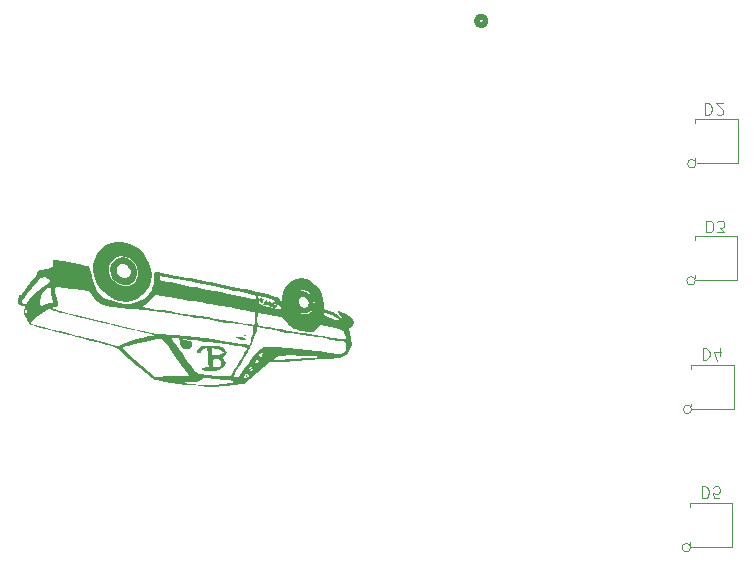
<source format=gbr>
%TF.GenerationSoftware,KiCad,Pcbnew,9.0.5*%
%TF.CreationDate,2025-11-19T13:21:17-07:00*%
%TF.ProjectId,Tx,54782e6b-6963-4616-945f-706362585858,rev?*%
%TF.SameCoordinates,Original*%
%TF.FileFunction,Legend,Bot*%
%TF.FilePolarity,Positive*%
%FSLAX46Y46*%
G04 Gerber Fmt 4.6, Leading zero omitted, Abs format (unit mm)*
G04 Created by KiCad (PCBNEW 9.0.5) date 2025-11-19 13:21:17*
%MOMM*%
%LPD*%
G01*
G04 APERTURE LIST*
%ADD10C,0.100000*%
%ADD11C,0.508000*%
%ADD12C,0.000000*%
G04 APERTURE END LIST*
D10*
X158601905Y-101873135D02*
X158601905Y-102873135D01*
X158601905Y-102873135D02*
X158840000Y-102873135D01*
X158840000Y-102873135D02*
X158982857Y-102825516D01*
X158982857Y-102825516D02*
X159078095Y-102730278D01*
X159078095Y-102730278D02*
X159125714Y-102635040D01*
X159125714Y-102635040D02*
X159173333Y-102444564D01*
X159173333Y-102444564D02*
X159173333Y-102301707D01*
X159173333Y-102301707D02*
X159125714Y-102111231D01*
X159125714Y-102111231D02*
X159078095Y-102015993D01*
X159078095Y-102015993D02*
X158982857Y-101920755D01*
X158982857Y-101920755D02*
X158840000Y-101873135D01*
X158840000Y-101873135D02*
X158601905Y-101873135D01*
X159506667Y-102873135D02*
X160125714Y-102873135D01*
X160125714Y-102873135D02*
X159792381Y-102492183D01*
X159792381Y-102492183D02*
X159935238Y-102492183D01*
X159935238Y-102492183D02*
X160030476Y-102444564D01*
X160030476Y-102444564D02*
X160078095Y-102396945D01*
X160078095Y-102396945D02*
X160125714Y-102301707D01*
X160125714Y-102301707D02*
X160125714Y-102063612D01*
X160125714Y-102063612D02*
X160078095Y-101968374D01*
X160078095Y-101968374D02*
X160030476Y-101920755D01*
X160030476Y-101920755D02*
X159935238Y-101873135D01*
X159935238Y-101873135D02*
X159649524Y-101873135D01*
X159649524Y-101873135D02*
X159554286Y-101920755D01*
X159554286Y-101920755D02*
X159506667Y-101968374D01*
X158301905Y-112673135D02*
X158301905Y-113673135D01*
X158301905Y-113673135D02*
X158540000Y-113673135D01*
X158540000Y-113673135D02*
X158682857Y-113625516D01*
X158682857Y-113625516D02*
X158778095Y-113530278D01*
X158778095Y-113530278D02*
X158825714Y-113435040D01*
X158825714Y-113435040D02*
X158873333Y-113244564D01*
X158873333Y-113244564D02*
X158873333Y-113101707D01*
X158873333Y-113101707D02*
X158825714Y-112911231D01*
X158825714Y-112911231D02*
X158778095Y-112815993D01*
X158778095Y-112815993D02*
X158682857Y-112720755D01*
X158682857Y-112720755D02*
X158540000Y-112673135D01*
X158540000Y-112673135D02*
X158301905Y-112673135D01*
X159730476Y-113339802D02*
X159730476Y-112673135D01*
X159492381Y-113720755D02*
X159254286Y-113006469D01*
X159254286Y-113006469D02*
X159873333Y-113006469D01*
X158231905Y-124373135D02*
X158231905Y-125373135D01*
X158231905Y-125373135D02*
X158470000Y-125373135D01*
X158470000Y-125373135D02*
X158612857Y-125325516D01*
X158612857Y-125325516D02*
X158708095Y-125230278D01*
X158708095Y-125230278D02*
X158755714Y-125135040D01*
X158755714Y-125135040D02*
X158803333Y-124944564D01*
X158803333Y-124944564D02*
X158803333Y-124801707D01*
X158803333Y-124801707D02*
X158755714Y-124611231D01*
X158755714Y-124611231D02*
X158708095Y-124515993D01*
X158708095Y-124515993D02*
X158612857Y-124420755D01*
X158612857Y-124420755D02*
X158470000Y-124373135D01*
X158470000Y-124373135D02*
X158231905Y-124373135D01*
X159708095Y-125373135D02*
X159231905Y-125373135D01*
X159231905Y-125373135D02*
X159184286Y-124896945D01*
X159184286Y-124896945D02*
X159231905Y-124944564D01*
X159231905Y-124944564D02*
X159327143Y-124992183D01*
X159327143Y-124992183D02*
X159565238Y-124992183D01*
X159565238Y-124992183D02*
X159660476Y-124944564D01*
X159660476Y-124944564D02*
X159708095Y-124896945D01*
X159708095Y-124896945D02*
X159755714Y-124801707D01*
X159755714Y-124801707D02*
X159755714Y-124563612D01*
X159755714Y-124563612D02*
X159708095Y-124468374D01*
X159708095Y-124468374D02*
X159660476Y-124420755D01*
X159660476Y-124420755D02*
X159565238Y-124373135D01*
X159565238Y-124373135D02*
X159327143Y-124373135D01*
X159327143Y-124373135D02*
X159231905Y-124420755D01*
X159231905Y-124420755D02*
X159184286Y-124468374D01*
X158510510Y-91917317D02*
X158510510Y-92917317D01*
X158510510Y-92917317D02*
X158748605Y-92917317D01*
X158748605Y-92917317D02*
X158891462Y-92869698D01*
X158891462Y-92869698D02*
X158986700Y-92774460D01*
X158986700Y-92774460D02*
X159034319Y-92679222D01*
X159034319Y-92679222D02*
X159081938Y-92488746D01*
X159081938Y-92488746D02*
X159081938Y-92345889D01*
X159081938Y-92345889D02*
X159034319Y-92155413D01*
X159034319Y-92155413D02*
X158986700Y-92060175D01*
X158986700Y-92060175D02*
X158891462Y-91964937D01*
X158891462Y-91964937D02*
X158748605Y-91917317D01*
X158748605Y-91917317D02*
X158510510Y-91917317D01*
X159462891Y-92822079D02*
X159510510Y-92869698D01*
X159510510Y-92869698D02*
X159605748Y-92917317D01*
X159605748Y-92917317D02*
X159843843Y-92917317D01*
X159843843Y-92917317D02*
X159939081Y-92869698D01*
X159939081Y-92869698D02*
X159986700Y-92822079D01*
X159986700Y-92822079D02*
X160034319Y-92726841D01*
X160034319Y-92726841D02*
X160034319Y-92631603D01*
X160034319Y-92631603D02*
X159986700Y-92488746D01*
X159986700Y-92488746D02*
X159415272Y-91917317D01*
X159415272Y-91917317D02*
X160034319Y-91917317D01*
D11*
%TO.C,J1*%
X139916700Y-84963000D02*
G75*
G02*
X139154700Y-84963000I-381000J0D01*
G01*
X139154700Y-84963000D02*
G75*
G02*
X139916700Y-84963000I381000J0D01*
G01*
D10*
%TO.C,D3*%
X157600000Y-103200000D02*
X161200000Y-103200000D01*
X157600000Y-103500000D02*
X157600000Y-103200000D01*
X157600000Y-106700000D02*
X157600000Y-106500000D01*
X161200000Y-103200000D02*
X161200000Y-106900000D01*
X161200000Y-106900000D02*
X157700000Y-106900000D01*
X157660555Y-106960555D02*
G75*
G02*
X156939445Y-106960555I-360555J0D01*
G01*
X156939445Y-106960555D02*
G75*
G02*
X157660555Y-106960555I360555J0D01*
G01*
%TO.C,D4*%
X157300000Y-114100000D02*
X160900000Y-114100000D01*
X157300000Y-114400000D02*
X157300000Y-114100000D01*
X157300000Y-117600000D02*
X157300000Y-117400000D01*
X160900000Y-114100000D02*
X160900000Y-117800000D01*
X160900000Y-117800000D02*
X157400000Y-117800000D01*
X157360555Y-117860555D02*
G75*
G02*
X156639445Y-117860555I-360555J0D01*
G01*
X156639445Y-117860555D02*
G75*
G02*
X157360555Y-117860555I360555J0D01*
G01*
%TO.C,D5*%
X157200000Y-125800000D02*
X160800000Y-125800000D01*
X157200000Y-126100000D02*
X157200000Y-125800000D01*
X157200000Y-129300000D02*
X157200000Y-129100000D01*
X160800000Y-125800000D02*
X160800000Y-129500000D01*
X160800000Y-129500000D02*
X157300000Y-129500000D01*
X157260555Y-129560555D02*
G75*
G02*
X156539445Y-129560555I-360555J0D01*
G01*
X156539445Y-129560555D02*
G75*
G02*
X157260555Y-129560555I360555J0D01*
G01*
D12*
%TO.C,G\u002A\u002A\u002A*%
G36*
X119596610Y-111538947D02*
G01*
X119602979Y-111622386D01*
X119588607Y-111639107D01*
X119505168Y-111645475D01*
X119488446Y-111631104D01*
X119482078Y-111547665D01*
X119496450Y-111530943D01*
X119579889Y-111524575D01*
X119596610Y-111538947D01*
G37*
G36*
X119747664Y-114942202D02*
G01*
X119677764Y-115032776D01*
X119610866Y-115086359D01*
X119574438Y-115080488D01*
X119583285Y-115045602D01*
X119649957Y-114949355D01*
X119692109Y-114914932D01*
X119753283Y-114901643D01*
X119747664Y-114942202D01*
G37*
G36*
X119060138Y-111704662D02*
G01*
X119266704Y-111744142D01*
X119482904Y-111809099D01*
X119593274Y-111879075D01*
X119586961Y-111949034D01*
X119532687Y-111975192D01*
X119383397Y-111982425D01*
X119194577Y-111954955D01*
X119007995Y-111902724D01*
X118865416Y-111835674D01*
X118808609Y-111763749D01*
X118821317Y-111713647D01*
X118894593Y-111687982D01*
X119060138Y-111704662D01*
G37*
G36*
X121082980Y-108477655D02*
G01*
X121131069Y-108521709D01*
X121129705Y-108533278D01*
X121088316Y-108697851D01*
X121022585Y-108818588D01*
X120954377Y-108854329D01*
X120902323Y-108816112D01*
X120821526Y-108703763D01*
X120796723Y-108649347D01*
X120850820Y-108649347D01*
X120882729Y-108681256D01*
X120914639Y-108649347D01*
X120882729Y-108617437D01*
X120850820Y-108649347D01*
X120796723Y-108649347D01*
X120762906Y-108575156D01*
X120756887Y-108486893D01*
X120758803Y-108484132D01*
X120838723Y-108453458D01*
X120966156Y-108453102D01*
X121082980Y-108477655D01*
G37*
G36*
X109528697Y-105056669D02*
G01*
X109841077Y-105222170D01*
X110110939Y-105465389D01*
X110313454Y-105776394D01*
X110325547Y-105802595D01*
X110430393Y-106133633D01*
X110423560Y-106443111D01*
X110304714Y-106769116D01*
X110222800Y-106899841D01*
X109988666Y-107127300D01*
X109698065Y-107283202D01*
X109393213Y-107341055D01*
X109294367Y-107331405D01*
X109039143Y-107252911D01*
X108766945Y-107116616D01*
X108524406Y-106948114D01*
X108358163Y-106772999D01*
X108311377Y-106698453D01*
X108151849Y-106330122D01*
X108123789Y-106108988D01*
X108668752Y-106108988D01*
X108726316Y-106322185D01*
X108852201Y-106513185D01*
X109028006Y-106661726D01*
X109235332Y-106747546D01*
X109455776Y-106750383D01*
X109670940Y-106649975D01*
X109777179Y-106522829D01*
X109854606Y-106270262D01*
X109863599Y-106194004D01*
X109859728Y-106047724D01*
X109800564Y-105927612D01*
X109665114Y-105779270D01*
X109515923Y-105655826D01*
X109271397Y-105554061D01*
X109033716Y-105571967D01*
X108818019Y-105710768D01*
X108697910Y-105893856D01*
X108668752Y-106108988D01*
X108123789Y-106108988D01*
X108106038Y-105969091D01*
X108171233Y-105632423D01*
X108344724Y-105337181D01*
X108623802Y-105100427D01*
X108875695Y-104998558D01*
X109198627Y-104978821D01*
X109528697Y-105056669D01*
G37*
G36*
X109072225Y-103661184D02*
G01*
X109542472Y-103742417D01*
X109976454Y-103898055D01*
X110453904Y-104186480D01*
X110864809Y-104558940D01*
X111194482Y-104994513D01*
X111436242Y-105476077D01*
X111583402Y-105986511D01*
X111629279Y-106508696D01*
X111567189Y-107025509D01*
X111390448Y-107519831D01*
X111188949Y-107845744D01*
X110845436Y-108204758D01*
X110430506Y-108478054D01*
X109964826Y-108655713D01*
X109469066Y-108727815D01*
X108963894Y-108684440D01*
X108519624Y-108552691D01*
X108011497Y-108293378D01*
X107567562Y-107943013D01*
X107200314Y-107516678D01*
X106922252Y-107029454D01*
X106745873Y-106496422D01*
X106702713Y-106105249D01*
X108035278Y-106105249D01*
X108064026Y-106329471D01*
X108194843Y-106693556D01*
X108431702Y-106992542D01*
X108781399Y-107236736D01*
X108977507Y-107327814D01*
X109355889Y-107418583D01*
X109709360Y-107390833D01*
X110026299Y-107246476D01*
X110295087Y-106987427D01*
X110352038Y-106903730D01*
X110476167Y-106587218D01*
X110500873Y-106238391D01*
X110433519Y-105883596D01*
X110281468Y-105549177D01*
X110052082Y-105261479D01*
X109752726Y-105046848D01*
X109402867Y-104916898D01*
X109029867Y-104885124D01*
X108684650Y-104967718D01*
X108384444Y-105163213D01*
X108271779Y-105276269D01*
X108113647Y-105506134D01*
X108039957Y-105768583D01*
X108035278Y-106105249D01*
X106702713Y-106105249D01*
X106683671Y-105932664D01*
X106698535Y-105642640D01*
X106810792Y-105119703D01*
X107026098Y-104655382D01*
X107336057Y-104261792D01*
X107732274Y-103951049D01*
X108206353Y-103735270D01*
X108609454Y-103658377D01*
X109072225Y-103661184D01*
G37*
G36*
X116407251Y-112472152D02*
G01*
X116714495Y-112479342D01*
X116767272Y-112481103D01*
X117082884Y-112494934D01*
X117305502Y-112514786D01*
X117465550Y-112546353D01*
X117593456Y-112595327D01*
X117719645Y-112667400D01*
X117887512Y-112804961D01*
X117983367Y-112983300D01*
X117957665Y-113161142D01*
X117808690Y-113325800D01*
X117638420Y-113449833D01*
X117776781Y-113673706D01*
X117841400Y-113784591D01*
X117902111Y-113948791D01*
X117878265Y-114086392D01*
X117769253Y-114243365D01*
X117618190Y-114385999D01*
X117361974Y-114517863D01*
X117023003Y-114592448D01*
X116583101Y-114615455D01*
X116409109Y-114613323D01*
X116132339Y-114595731D01*
X115962907Y-114556972D01*
X115887683Y-114492934D01*
X115893537Y-114399506D01*
X115900092Y-114385427D01*
X115997717Y-114318436D01*
X116199830Y-114297337D01*
X116466917Y-114297337D01*
X116830217Y-114297337D01*
X117069538Y-114295307D01*
X117100145Y-114294663D01*
X117342990Y-114247485D01*
X117485617Y-114123761D01*
X117532227Y-113920085D01*
X117523071Y-113808174D01*
X117461564Y-113705332D01*
X117310910Y-113623980D01*
X117191943Y-113576463D01*
X117002342Y-113524881D01*
X116892785Y-113555596D01*
X116842376Y-113681234D01*
X116830217Y-113914422D01*
X116830217Y-114297337D01*
X116466917Y-114297337D01*
X116446328Y-113914422D01*
X116425080Y-113519245D01*
X116410483Y-113289387D01*
X116409211Y-113276231D01*
X116766398Y-113276231D01*
X117059692Y-113276231D01*
X117130390Y-113272834D01*
X117331142Y-113236469D01*
X117523081Y-113172318D01*
X117666998Y-113095455D01*
X117723684Y-113020955D01*
X117722903Y-113017166D01*
X117663184Y-112958495D01*
X117537489Y-112874667D01*
X117491027Y-112850280D01*
X117285129Y-112774631D01*
X117058846Y-112724595D01*
X116766398Y-112684510D01*
X116766398Y-112980371D01*
X116766398Y-113276231D01*
X116409211Y-113276231D01*
X116380863Y-112983006D01*
X116380408Y-112980371D01*
X116345972Y-112780736D01*
X116307486Y-112694333D01*
X116188223Y-112678281D01*
X116030034Y-112730863D01*
X115890202Y-112828874D01*
X115820627Y-112945534D01*
X115777854Y-113044408D01*
X115648891Y-113084774D01*
X115546053Y-113070196D01*
X115455991Y-113017533D01*
X115450778Y-112959693D01*
X115504474Y-112828775D01*
X115606388Y-112679673D01*
X115727955Y-112551932D01*
X115840609Y-112485094D01*
X115936864Y-112475901D01*
X116137707Y-112471073D01*
X116407251Y-112472152D01*
G37*
G36*
X103519694Y-105198211D02*
G01*
X103672469Y-105217082D01*
X103890868Y-105254132D01*
X104189662Y-105311625D01*
X104583617Y-105391825D01*
X105087503Y-105496996D01*
X105100415Y-105499707D01*
X105471115Y-105577128D01*
X105797354Y-105644484D01*
X106059030Y-105697686D01*
X106236040Y-105732645D01*
X106308278Y-105745273D01*
X106366462Y-105804724D01*
X106432401Y-105971034D01*
X106499232Y-106223974D01*
X106560559Y-106543317D01*
X106647136Y-106958761D01*
X106807011Y-107414264D01*
X107033990Y-107802395D01*
X107342747Y-108153359D01*
X107445051Y-108248589D01*
X107641320Y-108404223D01*
X107852269Y-108525920D01*
X108105924Y-108625843D01*
X108430313Y-108716156D01*
X108853461Y-108809023D01*
X108922519Y-108822736D01*
X109379520Y-108888162D01*
X109777708Y-108888180D01*
X110163839Y-108819246D01*
X110584669Y-108677818D01*
X110605518Y-108669552D01*
X110968011Y-108501988D01*
X111237592Y-108315279D01*
X111446933Y-108081044D01*
X111628704Y-107770904D01*
X111693087Y-107639637D01*
X111779078Y-107438042D01*
X111827027Y-107256779D01*
X111847816Y-107046563D01*
X111852327Y-106758109D01*
X111852775Y-106701130D01*
X112328978Y-106701130D01*
X112347547Y-106800093D01*
X112395473Y-106912281D01*
X112517146Y-106958141D01*
X112556704Y-106960767D01*
X112721469Y-106985121D01*
X112957476Y-107029542D01*
X113227671Y-107087293D01*
X113281884Y-107099474D01*
X113623518Y-107173640D01*
X113978268Y-107247180D01*
X114277453Y-107305796D01*
X114390274Y-107327100D01*
X114665610Y-107380065D01*
X115022849Y-107449617D01*
X115447194Y-107532808D01*
X115923850Y-107626692D01*
X116438022Y-107728324D01*
X116974915Y-107834757D01*
X117519732Y-107943044D01*
X118057680Y-108050241D01*
X118573961Y-108153401D01*
X119053782Y-108249577D01*
X119482346Y-108335823D01*
X119844859Y-108409194D01*
X120126524Y-108466743D01*
X120312547Y-108505524D01*
X120388131Y-108522591D01*
X120442110Y-108506709D01*
X120467905Y-108390065D01*
X120448783Y-108281003D01*
X120418831Y-108244306D01*
X120646337Y-108244306D01*
X120689893Y-108534759D01*
X120702871Y-108616564D01*
X120736591Y-108796744D01*
X120764453Y-108906007D01*
X120766337Y-108909476D01*
X120845539Y-108956837D01*
X121010302Y-109019992D01*
X121226308Y-109089219D01*
X121459242Y-109154794D01*
X121674786Y-109206996D01*
X121838624Y-109236101D01*
X121916439Y-109232388D01*
X121917676Y-109230823D01*
X121877083Y-109198652D01*
X121752492Y-109161702D01*
X121717793Y-109153398D01*
X121604466Y-109098738D01*
X121594401Y-109012036D01*
X121608275Y-108946642D01*
X121568171Y-108989037D01*
X121467145Y-109042736D01*
X121274964Y-109029799D01*
X121235769Y-109022055D01*
X121097965Y-108986934D01*
X121042277Y-108958756D01*
X121049755Y-108933987D01*
X121068190Y-108904623D01*
X121297553Y-108904623D01*
X121329463Y-108936533D01*
X121361373Y-108904623D01*
X121329463Y-108872714D01*
X121297553Y-108904623D01*
X121068190Y-108904623D01*
X121113143Y-108833020D01*
X121211979Y-108706883D01*
X121310608Y-108599206D01*
X121373374Y-108553618D01*
X121397120Y-108564330D01*
X121425192Y-108649347D01*
X121432392Y-108693385D01*
X121489011Y-108745075D01*
X121504265Y-108743221D01*
X121552830Y-108681256D01*
X121567524Y-108613288D01*
X121612241Y-108621640D01*
X121666566Y-108707116D01*
X121709390Y-108847325D01*
X121725854Y-108927203D01*
X121762964Y-109034536D01*
X121796973Y-109014947D01*
X121799431Y-109004118D01*
X121999564Y-109004118D01*
X122013151Y-109076540D01*
X122063383Y-109096080D01*
X122088307Y-109073331D01*
X122127202Y-108964676D01*
X122120623Y-108924132D01*
X122063383Y-108872714D01*
X122025601Y-108898386D01*
X121999564Y-109004118D01*
X121799431Y-109004118D01*
X121830131Y-108868838D01*
X121873830Y-108757292D01*
X121975167Y-108735506D01*
X122121421Y-108778139D01*
X122262456Y-108857637D01*
X122318659Y-108942974D01*
X122286195Y-109070366D01*
X122191982Y-109201860D01*
X122077092Y-109263179D01*
X122065220Y-109264455D01*
X122059717Y-109285153D01*
X122159111Y-109319447D01*
X122172727Y-109322887D01*
X122404539Y-109368863D01*
X122533816Y-109362202D01*
X122573935Y-109302352D01*
X122567626Y-109257537D01*
X122490045Y-109095415D01*
X122348040Y-108910090D01*
X122171998Y-108737537D01*
X121992306Y-108613735D01*
X121958017Y-108597349D01*
X121749584Y-108518024D01*
X121477068Y-108434779D01*
X121190227Y-108363161D01*
X120646337Y-108244306D01*
X120418831Y-108244306D01*
X120388131Y-108206693D01*
X120346585Y-108195502D01*
X120181806Y-108155548D01*
X119931001Y-108097368D01*
X119620155Y-108026763D01*
X119275249Y-107949532D01*
X118922267Y-107871474D01*
X118587191Y-107798388D01*
X118296004Y-107736074D01*
X118074689Y-107690331D01*
X117945157Y-107663863D01*
X117612188Y-107592835D01*
X117242212Y-107510945D01*
X116894036Y-107431105D01*
X116893793Y-107431048D01*
X116514953Y-107346021D01*
X116039343Y-107245232D01*
X115495984Y-107134422D01*
X114913899Y-107019327D01*
X114322109Y-106905687D01*
X113749636Y-106799240D01*
X113225502Y-106705724D01*
X112881005Y-106645953D01*
X112624695Y-106604811D01*
X112459314Y-106587825D01*
X112366885Y-106596928D01*
X112329432Y-106634053D01*
X112328978Y-106701130D01*
X111852775Y-106701130D01*
X111853489Y-106610317D01*
X111865040Y-106368493D01*
X111890584Y-106233366D01*
X111932101Y-106190838D01*
X111939111Y-106191228D01*
X112044382Y-106206961D01*
X112252404Y-106243062D01*
X112544397Y-106295965D01*
X112901580Y-106362107D01*
X113305171Y-106437922D01*
X113736389Y-106519847D01*
X114176454Y-106604318D01*
X114606585Y-106687769D01*
X115008001Y-106766637D01*
X115361921Y-106837357D01*
X115649564Y-106896365D01*
X115705108Y-106907958D01*
X116047991Y-106978468D01*
X116403370Y-107050132D01*
X116702579Y-107109079D01*
X116970522Y-107161459D01*
X117333614Y-107233646D01*
X117659865Y-107299648D01*
X117831560Y-107334430D01*
X118131814Y-107394466D01*
X118500686Y-107467660D01*
X118906895Y-107547806D01*
X119319162Y-107628703D01*
X119569273Y-107678988D01*
X120065389Y-107784709D01*
X120579179Y-107900570D01*
X121062875Y-108015672D01*
X121468710Y-108119116D01*
X121620040Y-108159776D01*
X121946349Y-108249832D01*
X122175763Y-108319726D01*
X122327763Y-108377734D01*
X122421830Y-108432130D01*
X122477442Y-108491189D01*
X122514080Y-108563187D01*
X122523656Y-108586005D01*
X122598045Y-108731963D01*
X122648801Y-108757902D01*
X122679275Y-108661525D01*
X122686547Y-108542822D01*
X123662845Y-108542822D01*
X123675976Y-108835794D01*
X123751891Y-109121617D01*
X123891629Y-109367939D01*
X124081075Y-109565881D01*
X124356703Y-109740921D01*
X124638638Y-109806452D01*
X124909403Y-109759306D01*
X124991854Y-109703801D01*
X126217135Y-109703801D01*
X126222359Y-109776179D01*
X126231435Y-109815246D01*
X126278164Y-109885525D01*
X126381082Y-109953561D01*
X126562287Y-110032068D01*
X126843878Y-110133759D01*
X127015624Y-110191763D01*
X127242644Y-110263033D01*
X127403522Y-110306615D01*
X127471285Y-110314727D01*
X127477559Y-110307532D01*
X127473320Y-110221210D01*
X127368800Y-110110865D01*
X127182663Y-109991633D01*
X126933577Y-109878652D01*
X126653872Y-109772715D01*
X126438508Y-109696315D01*
X126306442Y-109661166D01*
X126238907Y-109664562D01*
X126217135Y-109703801D01*
X124991854Y-109703801D01*
X125151521Y-109596316D01*
X125210870Y-109530764D01*
X125367687Y-109249309D01*
X125425511Y-108931730D01*
X125390100Y-108605296D01*
X125267209Y-108297278D01*
X125062593Y-108034947D01*
X124782008Y-107845573D01*
X124720163Y-107818147D01*
X124516217Y-107746751D01*
X124359335Y-107739551D01*
X124201322Y-107792112D01*
X124152153Y-107817151D01*
X124155259Y-107832516D01*
X124274485Y-107815918D01*
X124426702Y-107807099D01*
X124710139Y-107877517D01*
X124970859Y-108044708D01*
X125182822Y-108289342D01*
X125319993Y-108592088D01*
X125332337Y-108639411D01*
X125364867Y-108976369D01*
X125301782Y-109263992D01*
X125161648Y-109491766D01*
X124963034Y-109649178D01*
X124724505Y-109725714D01*
X124464628Y-109710862D01*
X124201971Y-109594108D01*
X123955100Y-109364938D01*
X123929003Y-109331888D01*
X123821554Y-109163367D01*
X123763229Y-108979175D01*
X123739188Y-108762353D01*
X124115195Y-108762353D01*
X124198962Y-108995787D01*
X124241206Y-109068031D01*
X124396865Y-109211903D01*
X124616808Y-109255628D01*
X124774403Y-109206290D01*
X124884395Y-109070161D01*
X124930949Y-108879744D01*
X124906373Y-108667652D01*
X124802972Y-108466496D01*
X124724944Y-108387583D01*
X124541703Y-108302792D01*
X124355858Y-108319774D01*
X124204941Y-108440180D01*
X124136741Y-108564229D01*
X124115195Y-108762353D01*
X123739188Y-108762353D01*
X123734886Y-108723558D01*
X123726173Y-108526265D01*
X123739265Y-108364740D01*
X123789624Y-108242036D01*
X123889363Y-108110042D01*
X123900658Y-108096585D01*
X123993646Y-107978511D01*
X124004209Y-107939713D01*
X123936647Y-107967199D01*
X123820776Y-108064838D01*
X123711459Y-108275053D01*
X123662845Y-108542822D01*
X122686547Y-108542822D01*
X122692814Y-108440533D01*
X122696529Y-108366004D01*
X122747157Y-108038739D01*
X122839308Y-107732332D01*
X122921417Y-107556598D01*
X123177078Y-107201973D01*
X123505396Y-106944716D01*
X123892560Y-106791281D01*
X124324756Y-106748122D01*
X124788173Y-106821693D01*
X124982396Y-106909760D01*
X125230829Y-107077131D01*
X125486926Y-107291409D01*
X125715955Y-107523349D01*
X125883185Y-107743709D01*
X126034688Y-108049816D01*
X126172238Y-108510588D01*
X126223541Y-108981034D01*
X126225921Y-109376540D01*
X126701525Y-109536447D01*
X126716459Y-109541526D01*
X126981633Y-109648277D01*
X127226080Y-109773381D01*
X127398607Y-109890816D01*
X127579554Y-110032496D01*
X127701541Y-110093077D01*
X127741864Y-110067617D01*
X127691201Y-109963005D01*
X127540232Y-109786130D01*
X127479825Y-109719534D01*
X127394509Y-109600108D01*
X127380287Y-109533532D01*
X127399855Y-109525583D01*
X127516391Y-109541419D01*
X127701143Y-109600874D01*
X127922535Y-109690509D01*
X128148990Y-109796887D01*
X128348929Y-109906569D01*
X128490778Y-110006117D01*
X128623169Y-110156560D01*
X128729545Y-110418731D01*
X128731841Y-110432579D01*
X128744278Y-110575970D01*
X128711382Y-110683458D01*
X128612473Y-110790015D01*
X128426873Y-110930614D01*
X128385178Y-110963062D01*
X128346556Y-111024683D01*
X128357236Y-111122904D01*
X128416003Y-111298785D01*
X128471219Y-111502358D01*
X128521063Y-111779804D01*
X128552428Y-112063668D01*
X128563728Y-112241338D01*
X128564310Y-112431870D01*
X128534327Y-112577323D01*
X128461303Y-112726885D01*
X128332762Y-112929740D01*
X128246842Y-113056804D01*
X128106697Y-113230946D01*
X127956603Y-113356185D01*
X127773023Y-113442113D01*
X127532420Y-113498319D01*
X127211256Y-113534391D01*
X126785996Y-113559920D01*
X126610359Y-113568995D01*
X126192147Y-113593475D01*
X125716246Y-113624195D01*
X125228736Y-113658124D01*
X124775694Y-113692228D01*
X124575902Y-113707553D01*
X124081217Y-113742679D01*
X123561421Y-113776394D01*
X123067271Y-113805487D01*
X122649524Y-113826746D01*
X121672097Y-113870606D01*
X120639222Y-114727976D01*
X120557939Y-114795290D01*
X120244148Y-115052223D01*
X119958845Y-115281407D01*
X119719325Y-115469234D01*
X119542879Y-115602095D01*
X119446800Y-115666382D01*
X119440515Y-115669257D01*
X119316715Y-115700649D01*
X119090517Y-115738387D01*
X118784376Y-115779431D01*
X118420744Y-115820740D01*
X118022074Y-115859275D01*
X118002135Y-115861036D01*
X117527919Y-115900588D01*
X117147152Y-115925877D01*
X116827706Y-115937457D01*
X116537457Y-115935877D01*
X116244278Y-115921690D01*
X115916044Y-115895449D01*
X115197634Y-115827195D01*
X114515372Y-115755353D01*
X113884767Y-115681913D01*
X113318432Y-115608605D01*
X113161390Y-115585681D01*
X114408232Y-115585681D01*
X114447906Y-115606978D01*
X114580703Y-115632707D01*
X114817937Y-115665427D01*
X115170920Y-115707698D01*
X115217726Y-115713066D01*
X115619737Y-115754268D01*
X115968997Y-115777606D01*
X116310410Y-115784042D01*
X116688880Y-115774538D01*
X117149312Y-115750053D01*
X117395766Y-115733239D01*
X117848174Y-115690506D01*
X118190437Y-115639630D01*
X118418199Y-115581577D01*
X118527106Y-115517311D01*
X118512801Y-115447799D01*
X118512224Y-115447310D01*
X118430520Y-115426630D01*
X118242851Y-115400204D01*
X117970033Y-115370318D01*
X117632880Y-115339259D01*
X117252207Y-115309314D01*
X116046810Y-115222067D01*
X115851743Y-115365983D01*
X115795592Y-115404468D01*
X115654404Y-115469523D01*
X115472341Y-115501687D01*
X115206386Y-115510602D01*
X114965738Y-115516169D01*
X114700306Y-115532625D01*
X114500820Y-115556049D01*
X114450370Y-115566254D01*
X114408232Y-115585681D01*
X113161390Y-115585681D01*
X112828981Y-115537158D01*
X112429025Y-115469302D01*
X112131179Y-115406767D01*
X111948056Y-115351283D01*
X111859501Y-115299593D01*
X111676790Y-115169288D01*
X111574929Y-115090970D01*
X118553332Y-115090970D01*
X118554776Y-115095105D01*
X118626203Y-115117750D01*
X118772080Y-115126985D01*
X118799827Y-115126656D01*
X118874494Y-115117661D01*
X118928920Y-115093660D01*
X119471861Y-115093660D01*
X119530433Y-115174151D01*
X119588891Y-115222692D01*
X119663178Y-115221905D01*
X119773248Y-115133832D01*
X119919825Y-114997275D01*
X119789089Y-114866539D01*
X119658354Y-114735803D01*
X119546274Y-114906858D01*
X119487291Y-115005524D01*
X119471861Y-115093660D01*
X118928920Y-115093660D01*
X118946372Y-115085964D01*
X119027980Y-115017820D01*
X119131836Y-114899485D01*
X119270458Y-114717213D01*
X119456365Y-114457259D01*
X119474977Y-114430643D01*
X119874280Y-114430643D01*
X119949086Y-114513223D01*
X120040847Y-114586371D01*
X120123225Y-114606336D01*
X120148810Y-114520704D01*
X120159929Y-114476060D01*
X120244538Y-114424975D01*
X120288576Y-114417775D01*
X120340267Y-114361156D01*
X120336143Y-114337732D01*
X120272817Y-114298503D01*
X120177510Y-114319597D01*
X120108069Y-114393065D01*
X120083748Y-114437917D01*
X120010725Y-114488794D01*
X119996666Y-114448770D01*
X120049462Y-114346956D01*
X120115579Y-114239897D01*
X120148810Y-114155498D01*
X120125508Y-114108355D01*
X120050309Y-114141378D01*
X119944061Y-114259952D01*
X119881675Y-114354016D01*
X119874280Y-114430643D01*
X119474977Y-114430643D01*
X119702076Y-114105879D01*
X119726535Y-114070843D01*
X119845809Y-113903817D01*
X120347804Y-113903817D01*
X120435996Y-113910363D01*
X120536756Y-113891741D01*
X120687515Y-113816664D01*
X120729782Y-113783587D01*
X120768956Y-113734411D01*
X120706641Y-113722965D01*
X120644059Y-113707901D01*
X120543727Y-113619041D01*
X120542358Y-113617336D01*
X121972124Y-113617336D01*
X121995322Y-113641062D01*
X122079523Y-113653142D01*
X122241342Y-113654844D01*
X122497398Y-113647437D01*
X122864305Y-113632189D01*
X122940930Y-113628726D01*
X123344118Y-113607590D01*
X123749955Y-113582166D01*
X124115039Y-113555349D01*
X124395963Y-113530033D01*
X124458277Y-113523705D01*
X124784604Y-113496201D01*
X125107770Y-113476608D01*
X125366021Y-113468822D01*
X125555251Y-113461809D01*
X125706787Y-113441953D01*
X125764890Y-113413941D01*
X125709925Y-113395627D01*
X125546593Y-113374731D01*
X125294788Y-113353760D01*
X124974549Y-113334368D01*
X124605916Y-113318212D01*
X124140212Y-113302459D01*
X123608731Y-113289210D01*
X123180576Y-113286536D01*
X122841900Y-113295762D01*
X122578859Y-113318209D01*
X122377607Y-113355201D01*
X122224300Y-113408062D01*
X122105092Y-113478115D01*
X122006138Y-113566682D01*
X121993312Y-113580697D01*
X121972124Y-113617336D01*
X120542358Y-113617336D01*
X120501390Y-113566296D01*
X120443786Y-113582721D01*
X120433100Y-113611546D01*
X120470683Y-113692772D01*
X120494382Y-113736894D01*
X120423860Y-113822791D01*
X120369224Y-113865576D01*
X120347804Y-113903817D01*
X119845809Y-113903817D01*
X119949368Y-113758798D01*
X120151386Y-113488066D01*
X120319914Y-113274750D01*
X120436036Y-113142083D01*
X120697650Y-113142083D01*
X120729833Y-113230466D01*
X120831096Y-113346728D01*
X120927908Y-113430296D01*
X120970557Y-113445833D01*
X120955229Y-113378685D01*
X120944987Y-113294438D01*
X121012986Y-113145699D01*
X121066124Y-113065911D01*
X121049636Y-112993594D01*
X120989114Y-113001276D01*
X120910981Y-113091608D01*
X120910863Y-113091829D01*
X120842776Y-113179761D01*
X120788118Y-113150401D01*
X120759279Y-113117915D01*
X120701216Y-113132503D01*
X120697650Y-113142083D01*
X120436036Y-113142083D01*
X120442278Y-113134952D01*
X120505802Y-113084774D01*
X120586942Y-113043107D01*
X120670975Y-112925226D01*
X120740628Y-112817714D01*
X120822326Y-112765678D01*
X120863076Y-112754662D01*
X120937718Y-112669950D01*
X120969125Y-112642021D01*
X121113111Y-112603859D01*
X121353603Y-112580108D01*
X121671221Y-112571106D01*
X122046585Y-112577188D01*
X122460315Y-112598693D01*
X122893031Y-112635956D01*
X123092986Y-112655909D01*
X123435160Y-112688281D01*
X123842305Y-112725432D01*
X124279513Y-112764188D01*
X124711875Y-112801375D01*
X125052975Y-112832842D01*
X125485963Y-112879462D01*
X125893380Y-112930080D01*
X126241307Y-112980421D01*
X126495822Y-113026210D01*
X126570705Y-113041587D01*
X126892238Y-113096050D01*
X127207575Y-113134211D01*
X127457938Y-113148593D01*
X127580130Y-113145577D01*
X127844495Y-113100499D01*
X128012312Y-112988434D01*
X128100554Y-112792838D01*
X128126197Y-112497162D01*
X128124966Y-112392709D01*
X128103135Y-112213080D01*
X128033353Y-112114219D01*
X127889172Y-112072342D01*
X127644148Y-112063668D01*
X127559214Y-112060086D01*
X127347023Y-112036731D01*
X127093650Y-111997212D01*
X126832640Y-111948085D01*
X126597541Y-111895908D01*
X126421899Y-111847236D01*
X126339262Y-111808627D01*
X126337392Y-111806985D01*
X126254096Y-111784673D01*
X126071493Y-111754787D01*
X125814894Y-111721032D01*
X125509614Y-111687117D01*
X125205545Y-111653624D01*
X124841184Y-111608054D01*
X124512468Y-111561576D01*
X124265141Y-111520323D01*
X124164575Y-111502119D01*
X123858960Y-111453545D01*
X123508003Y-111404526D01*
X123169328Y-111363317D01*
X123017559Y-111344475D01*
X122689823Y-111291886D01*
X122389202Y-111229515D01*
X122165772Y-111167151D01*
X122016965Y-111120901D01*
X121769274Y-111064411D01*
X121570379Y-111042207D01*
X121567679Y-111042199D01*
X121332910Y-111024920D01*
X121106096Y-110984582D01*
X120962582Y-110947745D01*
X120744839Y-110894907D01*
X120616369Y-110876658D01*
X120553685Y-110896104D01*
X120533300Y-110956347D01*
X120531724Y-111060493D01*
X120531681Y-111069068D01*
X120515009Y-111231511D01*
X120477314Y-111332940D01*
X120453102Y-111374377D01*
X120398105Y-111518077D01*
X120341109Y-111712663D01*
X120317165Y-111797070D01*
X120219761Y-112068488D01*
X120108334Y-112311028D01*
X120057529Y-112408345D01*
X119985599Y-112561971D01*
X119957352Y-112647340D01*
X119953153Y-112660607D01*
X119900356Y-112765214D01*
X119794603Y-112956229D01*
X119645467Y-113216847D01*
X119462522Y-113530262D01*
X119255342Y-113879668D01*
X119177036Y-114010991D01*
X118977920Y-114347070D01*
X118806460Y-114639553D01*
X118672188Y-114871996D01*
X118584635Y-115027950D01*
X118553332Y-115090970D01*
X111574929Y-115090970D01*
X111427224Y-114977403D01*
X111126456Y-114736829D01*
X110790135Y-114460455D01*
X110433913Y-114161170D01*
X110073440Y-113851864D01*
X109724367Y-113545426D01*
X109402345Y-113254745D01*
X109184194Y-113060231D01*
X108948134Y-112861941D01*
X108748071Y-112706366D01*
X108645249Y-112638192D01*
X109171925Y-112638192D01*
X109187561Y-112661728D01*
X109281910Y-112761068D01*
X109448789Y-112923104D01*
X109673341Y-113134267D01*
X109940714Y-113380991D01*
X110236051Y-113649707D01*
X110544499Y-113926849D01*
X110851202Y-114198848D01*
X111141306Y-114452137D01*
X111399956Y-114673149D01*
X111884237Y-115080871D01*
X113310237Y-115044720D01*
X113512272Y-115039258D01*
X113907274Y-115026486D01*
X114249313Y-115012647D01*
X114519724Y-114998646D01*
X114699848Y-114985390D01*
X114771021Y-114973785D01*
X114772832Y-114951295D01*
X114722170Y-114847122D01*
X114613578Y-114686270D01*
X114465260Y-114494604D01*
X114295419Y-114297989D01*
X114283653Y-114285024D01*
X114188746Y-114169185D01*
X114149815Y-114100503D01*
X114147051Y-114090296D01*
X114091335Y-114004557D01*
X113986533Y-113876484D01*
X113975230Y-113863495D01*
X113838979Y-113687843D01*
X113732908Y-113521915D01*
X113672253Y-113417606D01*
X113538535Y-113210635D01*
X113368295Y-112962677D01*
X113179444Y-112698247D01*
X112989894Y-112441859D01*
X112817557Y-112218030D01*
X112680345Y-112051273D01*
X112596169Y-111966104D01*
X112482043Y-111910645D01*
X112300816Y-111878668D01*
X112258041Y-111882270D01*
X112069267Y-111911454D01*
X111785930Y-111965654D01*
X111429142Y-112040361D01*
X111020018Y-112131066D01*
X110579670Y-112233259D01*
X110129212Y-112342433D01*
X109931772Y-112391441D01*
X109623958Y-112468704D01*
X109412817Y-112524034D01*
X109280197Y-112563039D01*
X109207944Y-112591328D01*
X109177904Y-112614509D01*
X109171925Y-112638192D01*
X108645249Y-112638192D01*
X108612143Y-112616242D01*
X108608627Y-112614474D01*
X108495030Y-112573728D01*
X108271458Y-112506182D01*
X107950944Y-112415355D01*
X107546517Y-112304768D01*
X107071210Y-112177941D01*
X106538053Y-112038392D01*
X105960078Y-111889643D01*
X105350317Y-111735212D01*
X105058090Y-111661757D01*
X104293745Y-111469156D01*
X103641345Y-111303852D01*
X103091989Y-111163427D01*
X102636776Y-111045462D01*
X102266803Y-110947541D01*
X101973170Y-110867244D01*
X101746974Y-110802155D01*
X101579314Y-110749855D01*
X101461289Y-110707926D01*
X101383997Y-110673951D01*
X101338537Y-110645511D01*
X101279286Y-110575990D01*
X101223712Y-110494266D01*
X101396579Y-110494266D01*
X101399065Y-110523141D01*
X101419474Y-110552307D01*
X101466640Y-110584283D01*
X101549397Y-110621586D01*
X101676581Y-110666733D01*
X101857027Y-110722242D01*
X102099568Y-110790631D01*
X102413041Y-110874417D01*
X102806279Y-110976118D01*
X103288118Y-111098251D01*
X103867393Y-111243334D01*
X104552937Y-111413885D01*
X105353587Y-111612421D01*
X105464469Y-111639909D01*
X106073388Y-111791353D01*
X106646277Y-111934650D01*
X107170578Y-112066604D01*
X107633733Y-112184020D01*
X108023184Y-112283702D01*
X108326371Y-112362457D01*
X108530738Y-112417088D01*
X108623726Y-112444402D01*
X108679114Y-112462120D01*
X108824213Y-112462278D01*
X109000133Y-112381532D01*
X109118967Y-112319355D01*
X109347401Y-112217921D01*
X109591050Y-112124690D01*
X109606404Y-112119428D01*
X109816111Y-112055360D01*
X110098532Y-111978499D01*
X110425672Y-111895421D01*
X110769540Y-111812702D01*
X110930716Y-111775978D01*
X113320167Y-111775978D01*
X113323964Y-111786201D01*
X113378793Y-111877401D01*
X113485433Y-112039502D01*
X113626710Y-112247784D01*
X113785452Y-112477527D01*
X113944484Y-112704008D01*
X114086631Y-112902509D01*
X114194721Y-113048307D01*
X114251580Y-113116683D01*
X114325035Y-113202546D01*
X114414206Y-113346378D01*
X114483927Y-113471135D01*
X114649651Y-113731173D01*
X114846401Y-114008074D01*
X115054436Y-114276824D01*
X115254011Y-114512407D01*
X115425386Y-114689807D01*
X115548816Y-114784010D01*
X115682145Y-114823062D01*
X115918795Y-114866972D01*
X116231862Y-114912314D01*
X116595632Y-114956237D01*
X116984390Y-114995888D01*
X117372423Y-115028416D01*
X117734017Y-115050968D01*
X118043458Y-115060693D01*
X118331321Y-115063166D01*
X118649739Y-114537628D01*
X118840225Y-114220500D01*
X119064175Y-113840692D01*
X119268354Y-113487116D01*
X119443454Y-113176337D01*
X119580167Y-112924921D01*
X119669185Y-112749433D01*
X119701197Y-112666440D01*
X119699027Y-112656728D01*
X119661047Y-112626555D01*
X119567889Y-112594192D01*
X119409318Y-112557913D01*
X119175095Y-112515988D01*
X118854984Y-112466690D01*
X118438747Y-112408291D01*
X117916149Y-112339064D01*
X117276950Y-112257281D01*
X117111843Y-112236372D01*
X116632238Y-112175348D01*
X116158765Y-112114720D01*
X115721553Y-112058369D01*
X115350728Y-112010172D01*
X115076418Y-111974008D01*
X114834981Y-111943783D01*
X114568704Y-111917071D01*
X114398307Y-111908325D01*
X114330032Y-111916315D01*
X114370123Y-111939812D01*
X114524819Y-111977584D01*
X114800364Y-112028403D01*
X114907217Y-112054397D01*
X115047181Y-112148600D01*
X115082429Y-112306172D01*
X115017443Y-112537627D01*
X114990705Y-112599414D01*
X114920717Y-112711072D01*
X114819424Y-112756849D01*
X114638785Y-112765678D01*
X114426628Y-112747503D01*
X114221607Y-112657616D01*
X114096972Y-112479286D01*
X114037231Y-112197890D01*
X114019492Y-112067965D01*
X113979297Y-111910542D01*
X113933772Y-111840241D01*
X113839903Y-111820775D01*
X113681483Y-111798464D01*
X113511403Y-111780351D01*
X113375638Y-111771251D01*
X113320167Y-111775978D01*
X110930716Y-111775978D01*
X111102144Y-111736918D01*
X111395490Y-111674645D01*
X111621587Y-111632458D01*
X111752442Y-111616935D01*
X111822131Y-111613861D01*
X111860464Y-111591532D01*
X111778316Y-111547336D01*
X111574688Y-111480964D01*
X111248582Y-111392109D01*
X110798999Y-111280462D01*
X110224940Y-111145716D01*
X110022200Y-111099090D01*
X108969641Y-110856878D01*
X108033316Y-110641080D01*
X107206275Y-110450007D01*
X106481567Y-110281970D01*
X105852244Y-110135281D01*
X105311356Y-110008249D01*
X104851952Y-109899187D01*
X104467083Y-109806405D01*
X104149799Y-109728215D01*
X103893151Y-109662926D01*
X103690188Y-109608851D01*
X103533961Y-109564300D01*
X103417521Y-109527585D01*
X103333916Y-109497016D01*
X103276198Y-109470904D01*
X103237417Y-109447561D01*
X103222422Y-109437034D01*
X103085307Y-109353645D01*
X102994634Y-109319447D01*
X102994025Y-109319456D01*
X102907172Y-109357001D01*
X102744703Y-109456238D01*
X102529330Y-109600582D01*
X102283766Y-109773451D01*
X102030724Y-109958260D01*
X101792916Y-110138426D01*
X101593053Y-110297366D01*
X101453850Y-110418495D01*
X101398017Y-110485230D01*
X101396579Y-110494266D01*
X101223712Y-110494266D01*
X101174958Y-110422570D01*
X101056669Y-110226942D01*
X101056566Y-110226761D01*
X100926589Y-109939609D01*
X100858542Y-109657657D01*
X100856883Y-109429200D01*
X100947706Y-109429200D01*
X100954679Y-109626345D01*
X100971273Y-109755286D01*
X101013885Y-109937514D01*
X101064391Y-110041169D01*
X101078522Y-110053420D01*
X101113184Y-110052651D01*
X101119187Y-109962978D01*
X101098810Y-109766181D01*
X101087880Y-109688746D01*
X101046045Y-109484510D01*
X101002598Y-109367218D01*
X100966749Y-109345803D01*
X100947706Y-109429200D01*
X100856883Y-109429200D01*
X100856770Y-109413608D01*
X100913342Y-109271084D01*
X103141021Y-109271084D01*
X103428207Y-109395617D01*
X103582159Y-109450619D01*
X103856966Y-109532591D01*
X104235138Y-109635890D01*
X104705611Y-109757711D01*
X105257322Y-109895251D01*
X105879210Y-110045706D01*
X106560211Y-110206273D01*
X107289262Y-110374148D01*
X107376101Y-110393941D01*
X107778779Y-110486147D01*
X108259929Y-110596835D01*
X108783141Y-110717603D01*
X109312006Y-110840051D01*
X109810116Y-110955779D01*
X110047529Y-111011002D01*
X110488867Y-111113384D01*
X110901033Y-111208665D01*
X111260245Y-111291364D01*
X111542724Y-111356000D01*
X111724689Y-111397090D01*
X111759528Y-111404321D01*
X112000836Y-111441143D01*
X112324184Y-111475978D01*
X112691544Y-111505192D01*
X113064890Y-111525152D01*
X113118795Y-111527316D01*
X113507492Y-111546485D01*
X113895623Y-111570983D01*
X114240846Y-111597885D01*
X114500820Y-111624269D01*
X114506530Y-111624975D01*
X114837302Y-111664638D01*
X115213155Y-111707904D01*
X115553835Y-111745533D01*
X115594219Y-111749936D01*
X115933454Y-111791231D01*
X116335582Y-111846019D01*
X116773536Y-111910029D01*
X117220249Y-111978989D01*
X117648652Y-112048627D01*
X118031679Y-112114672D01*
X118342261Y-112172852D01*
X118553332Y-112218896D01*
X118558593Y-112220218D01*
X118805319Y-112270585D01*
X119112490Y-112317746D01*
X119414890Y-112351652D01*
X119925443Y-112395556D01*
X120005217Y-112134889D01*
X120019366Y-112086107D01*
X120066124Y-111878715D01*
X120084991Y-111713668D01*
X120100945Y-111607761D01*
X120148810Y-111553116D01*
X120177357Y-111513497D01*
X120202851Y-111376474D01*
X120212629Y-111174111D01*
X120212629Y-110795107D01*
X119909488Y-110757516D01*
X119832190Y-110747403D01*
X119553603Y-110705845D01*
X119287252Y-110660255D01*
X119124137Y-110633536D01*
X118835873Y-110595883D01*
X118553332Y-110567761D01*
X118518356Y-110564967D01*
X117961074Y-110512655D01*
X117483207Y-110452668D01*
X117100830Y-110387327D01*
X116830016Y-110318953D01*
X116713151Y-110287919D01*
X116464339Y-110239910D01*
X116158352Y-110194240D01*
X115836659Y-110157642D01*
X115601868Y-110132834D01*
X115316896Y-110095515D01*
X115089689Y-110057580D01*
X114954992Y-110024285D01*
X114775308Y-109978479D01*
X114564639Y-109957638D01*
X114367960Y-109938875D01*
X114169924Y-109889119D01*
X114164302Y-109887028D01*
X114006288Y-109844042D01*
X113772581Y-109797156D01*
X113511624Y-109756157D01*
X113239963Y-109719564D01*
X112918924Y-109676289D01*
X112650066Y-109640017D01*
X112536573Y-109624245D01*
X112256051Y-109583450D01*
X111926265Y-109533885D01*
X111597051Y-109482981D01*
X111582472Y-109480718D01*
X111248886Y-109438882D01*
X110840653Y-109401727D01*
X110408105Y-109373216D01*
X110001574Y-109357314D01*
X109734937Y-109348848D01*
X109017220Y-109297213D01*
X108379631Y-109206900D01*
X108267003Y-109180799D01*
X110827269Y-109180799D01*
X111004748Y-109217787D01*
X111017407Y-109220168D01*
X111138895Y-109240612D01*
X111370570Y-109278317D01*
X111700031Y-109331327D01*
X112114875Y-109397682D01*
X112602701Y-109475425D01*
X113151106Y-109562597D01*
X113747689Y-109657241D01*
X114380048Y-109757399D01*
X115035781Y-109861111D01*
X115702485Y-109966421D01*
X116367759Y-110071370D01*
X117019201Y-110174001D01*
X117644408Y-110272354D01*
X118230980Y-110364472D01*
X118766513Y-110448398D01*
X119238606Y-110522172D01*
X119634857Y-110583837D01*
X119942864Y-110631435D01*
X120150225Y-110663008D01*
X120244538Y-110676597D01*
X120281662Y-110678527D01*
X120331569Y-110656797D01*
X120361636Y-110581220D01*
X120378959Y-110427200D01*
X120388546Y-110216043D01*
X120595541Y-110216043D01*
X120595676Y-110452972D01*
X120611107Y-110609307D01*
X120663827Y-110706073D01*
X120775828Y-110764294D01*
X120969102Y-110804993D01*
X121265644Y-110849195D01*
X121305375Y-110855181D01*
X121558498Y-110894888D01*
X121890655Y-110948731D01*
X122263267Y-111010401D01*
X122637754Y-111073587D01*
X122847239Y-111109094D01*
X123287763Y-111182853D01*
X123781588Y-111264655D01*
X124282374Y-111346840D01*
X124743785Y-111421748D01*
X124976715Y-111459349D01*
X125484698Y-111541614D01*
X126019014Y-111628431D01*
X126528876Y-111711540D01*
X126963499Y-111782685D01*
X127213150Y-111822450D01*
X127532314Y-111869309D01*
X127790767Y-111902503D01*
X127966826Y-111919322D01*
X128038805Y-111917057D01*
X128055812Y-111868372D01*
X128048712Y-111724901D01*
X128010051Y-111540413D01*
X127950641Y-111361693D01*
X127881296Y-111235525D01*
X127844775Y-111202548D01*
X127724551Y-111140614D01*
X127523621Y-111074151D01*
X127226793Y-110998488D01*
X126818873Y-110908957D01*
X125862554Y-110708882D01*
X125587829Y-111012326D01*
X125313103Y-111315769D01*
X124798051Y-111272815D01*
X124760177Y-111269461D01*
X124482566Y-111234436D01*
X124232065Y-111186928D01*
X124058864Y-111136212D01*
X124028397Y-111123820D01*
X123859655Y-111066052D01*
X123742537Y-111042563D01*
X123724968Y-111041371D01*
X123574926Y-110977496D01*
X123387630Y-110833497D01*
X123190366Y-110633290D01*
X123010417Y-110400793D01*
X122907765Y-110263583D01*
X122772995Y-110121227D01*
X122669664Y-110053839D01*
X122649627Y-110049355D01*
X122510063Y-110021472D01*
X122279713Y-109977704D01*
X121985445Y-109923106D01*
X121654126Y-109862736D01*
X121545536Y-109843236D01*
X121229616Y-109787855D01*
X120963339Y-109743137D01*
X120771999Y-109713250D01*
X120680884Y-109702362D01*
X120657521Y-109709372D01*
X120621012Y-109779404D01*
X120601391Y-109939656D01*
X120595543Y-110208614D01*
X120595541Y-110216043D01*
X120388546Y-110216043D01*
X120390630Y-110170144D01*
X120393178Y-110093357D01*
X120395970Y-109859501D01*
X120383592Y-109719408D01*
X120351437Y-109646290D01*
X120294901Y-109613360D01*
X120268383Y-109605781D01*
X120098792Y-109566580D01*
X119814531Y-109509336D01*
X119413707Y-109433704D01*
X118894422Y-109339336D01*
X118254781Y-109225888D01*
X117492889Y-109093013D01*
X116606850Y-108940365D01*
X116432503Y-108910476D01*
X115793857Y-108801012D01*
X115262223Y-108709961D01*
X114822505Y-108634781D01*
X114459609Y-108572930D01*
X114158440Y-108521866D01*
X113903904Y-108479046D01*
X113680904Y-108441930D01*
X113474348Y-108407973D01*
X113269139Y-108374635D01*
X113050183Y-108339373D01*
X112802385Y-108299645D01*
X112769030Y-108294317D01*
X112460158Y-108246443D01*
X112195744Y-108207950D01*
X112002944Y-108182645D01*
X111908918Y-108174338D01*
X111841542Y-108211280D01*
X111719631Y-108327232D01*
X111579575Y-108494135D01*
X111468865Y-108628136D01*
X111268598Y-108836451D01*
X111083000Y-108995549D01*
X110827269Y-109180799D01*
X108267003Y-109180799D01*
X107833199Y-109080267D01*
X107388954Y-108919676D01*
X107057923Y-108727485D01*
X106921696Y-108607276D01*
X106721864Y-108392729D01*
X106547288Y-108167035D01*
X106305534Y-107812361D01*
X105106192Y-107669609D01*
X104727874Y-107623932D01*
X104370886Y-107579569D01*
X104070192Y-107540906D01*
X103849288Y-107510968D01*
X103731669Y-107492775D01*
X103671888Y-107483590D01*
X103562119Y-107507312D01*
X103492347Y-107627396D01*
X103478708Y-107663681D01*
X103444752Y-107772524D01*
X103435756Y-107875907D01*
X103455697Y-108005425D01*
X103508550Y-108192673D01*
X103598291Y-108469246D01*
X103612431Y-108512383D01*
X103694442Y-108793204D01*
X103718602Y-108982240D01*
X103678321Y-109102104D01*
X103567007Y-109175410D01*
X103378069Y-109224771D01*
X103141021Y-109271084D01*
X100913342Y-109271084D01*
X100925615Y-109240163D01*
X100928190Y-109236994D01*
X100944373Y-109178463D01*
X100873752Y-109126624D01*
X100696929Y-109066768D01*
X100482533Y-108993510D01*
X100362261Y-108908534D01*
X100328424Y-108804150D01*
X100626413Y-108804150D01*
X100687701Y-108858929D01*
X100854597Y-108901165D01*
X100875305Y-108905498D01*
X101003602Y-108916452D01*
X101004908Y-108915590D01*
X102220330Y-108915590D01*
X102227853Y-109069564D01*
X102242640Y-109127990D01*
X102251865Y-109125993D01*
X102342692Y-109082687D01*
X102485333Y-109000590D01*
X102687822Y-108915179D01*
X102997428Y-108872952D01*
X103093568Y-108871589D01*
X103233998Y-108851113D01*
X103291731Y-108786445D01*
X103278201Y-108652947D01*
X103204840Y-108425980D01*
X103184388Y-108360820D01*
X103130658Y-108100711D01*
X103109111Y-107843584D01*
X103108112Y-107778162D01*
X103084406Y-107594363D01*
X103029337Y-107533453D01*
X102859270Y-107580131D01*
X102646511Y-107727117D01*
X102435883Y-107955692D01*
X102339259Y-108093080D01*
X102270671Y-108239677D01*
X102236454Y-108416913D01*
X102222181Y-108673228D01*
X102221507Y-108698025D01*
X102220330Y-108915590D01*
X101004908Y-108915590D01*
X101084678Y-108862931D01*
X101164839Y-108717523D01*
X101220307Y-108629202D01*
X101365760Y-108452005D01*
X101565028Y-108241838D01*
X101791966Y-108027471D01*
X101966536Y-107871210D01*
X102152614Y-107703008D01*
X102285197Y-107581196D01*
X102343282Y-107524921D01*
X102394534Y-107484459D01*
X102528534Y-107394489D01*
X102710242Y-107280125D01*
X102866936Y-107174825D01*
X103011611Y-107034865D01*
X103034017Y-106925582D01*
X102933609Y-106848025D01*
X102873369Y-106819527D01*
X102737593Y-106722390D01*
X102671904Y-106676796D01*
X102495833Y-106659852D01*
X102283630Y-106744727D01*
X102054411Y-106925731D01*
X102034753Y-106945440D01*
X101896672Y-107095484D01*
X101713655Y-107306976D01*
X101504015Y-107557314D01*
X101286063Y-107823898D01*
X101078110Y-108084127D01*
X100898467Y-108315401D01*
X100765446Y-108495120D01*
X100697356Y-108600681D01*
X100651150Y-108699404D01*
X100626413Y-108804150D01*
X100328424Y-108804150D01*
X100321573Y-108783015D01*
X100336965Y-108585528D01*
X100372411Y-108369225D01*
X100414650Y-108204850D01*
X100463432Y-108131995D01*
X100526997Y-108130945D01*
X100539827Y-108133896D01*
X100635364Y-108088001D01*
X100745382Y-107951257D01*
X100758840Y-107929826D01*
X100906050Y-107716363D01*
X101104619Y-107451379D01*
X101324292Y-107173297D01*
X101534809Y-106920540D01*
X101705915Y-106731529D01*
X101747430Y-106686194D01*
X101854625Y-106534236D01*
X101898578Y-106412434D01*
X101911657Y-106310281D01*
X101995259Y-106176122D01*
X102170616Y-106088071D01*
X102454609Y-106034657D01*
X102635596Y-106006403D01*
X102879846Y-105948318D01*
X103059689Y-105882562D01*
X103064698Y-105880012D01*
X103198403Y-105796465D01*
X103249841Y-105697526D01*
X103248288Y-105528183D01*
X103255637Y-105331745D01*
X103312107Y-105224889D01*
X103351948Y-105205955D01*
X103417777Y-105195257D01*
X103519694Y-105198211D01*
G37*
D10*
%TO.C,D2*%
X157668605Y-93294182D02*
X161268605Y-93294182D01*
X157668605Y-93594182D02*
X157668605Y-93294182D01*
X157668605Y-96794182D02*
X157668605Y-96594182D01*
X161268605Y-93294182D02*
X161268605Y-96994182D01*
X161268605Y-96994182D02*
X157768605Y-96994182D01*
X157729160Y-97054737D02*
G75*
G02*
X157008050Y-97054737I-360555J0D01*
G01*
X157008050Y-97054737D02*
G75*
G02*
X157729160Y-97054737I360555J0D01*
G01*
%TD*%
M02*

</source>
